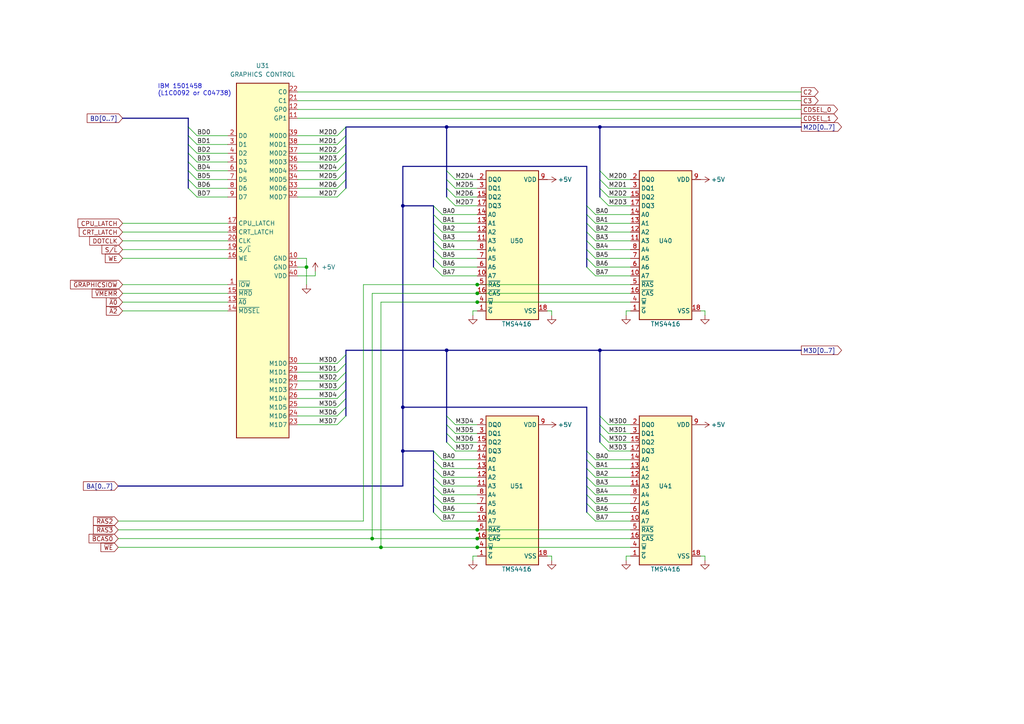
<source format=kicad_sch>
(kicad_sch (version 20230121) (generator eeschema)
  (paper "A4")
  (lib_symbols
    (symbol "EGACard:GRA_CNTL_LSI"
      (property "Reference" "U" (at 2.54 1.27 0))
      (property "Value" "GRAPHICS CONTROL" (at 0 0 0))
      (symbol "GRA_CNTL_LSI_1_1"
        (rectangle (start 0 0) (end 15.24 -102.87) (stroke (width 0.254)) (fill (type background)))
        (pin input line (at -2.54 -58.42 0) (length 2.54) (name "~{IOW}") (number "1"))
        (pin power_in line (at 17.78 -50.8 180) (length 2.54) (name "GND") (number "10"))
        (pin output line (at 17.78 -10.16 180) (length 2.54) (name "GP1") (number "11"))
        (pin output line (at 17.78 -7.62 180) (length 2.54) (name "GP0") (number "12"))
        (pin input line (at -2.54 -63.5 0) (length 2.54) (name "~{A0}") (number "13"))
        (pin input line (at -2.54 -66.04 0) (length 2.54) (name "~{MDSEL}") (number "14"))
        (pin input line (at -2.54 -60.96 0) (length 2.54) (name "~{MRD}") (number "15"))
        (pin input line (at -2.54 -50.8 0) (length 2.54) (name "WE") (number "16"))
        (pin input line (at -2.54 -40.64 0) (length 2.54) (name "CPU_LATCH") (number "17"))
        (pin input line (at -2.54 -43.18 0) (length 2.54) (name "CRT_LATCH") (number "18"))
        (pin input line (at -2.54 -48.26 0) (length 2.54) (name "S/~{L}") (number "19"))
        (pin bidirectional line (at -2.54 -15.24 0) (length 2.54) (name "D0") (number "2"))
        (pin input line (at -2.54 -45.72 0) (length 2.54) (name "CLK") (number "20"))
        (pin output line (at 17.78 -5.08 180) (length 2.54) (name "C1") (number "21"))
        (pin output line (at 17.78 -2.54 180) (length 2.54) (name "C0") (number "22"))
        (pin output line (at 17.78 -99.06 180) (length 2.54) (name "M1D7") (number "23"))
        (pin output line (at 17.78 -96.52 180) (length 2.54) (name "M1D6") (number "24"))
        (pin output line (at 17.78 -93.98 180) (length 2.54) (name "M1D5") (number "25"))
        (pin output line (at 17.78 -91.44 180) (length 2.54) (name "M1D4") (number "26"))
        (pin output line (at 17.78 -88.9 180) (length 2.54) (name "M1D3") (number "27"))
        (pin output line (at 17.78 -86.36 180) (length 2.54) (name "M1D2") (number "28"))
        (pin output line (at 17.78 -83.82 180) (length 2.54) (name "M1D1") (number "29"))
        (pin bidirectional line (at -2.54 -17.78 0) (length 2.54) (name "D1") (number "3"))
        (pin output line (at 17.78 -81.28 180) (length 2.54) (name "M1D0") (number "30"))
        (pin power_in line (at 17.78 -53.34 180) (length 2.54) (name "GND") (number "31"))
        (pin bidirectional line (at 17.78 -33.02 180) (length 2.54) (name "M0D7") (number "32"))
        (pin bidirectional line (at 17.78 -30.48 180) (length 2.54) (name "M0D6") (number "33"))
        (pin bidirectional line (at 17.78 -27.94 180) (length 2.54) (name "M0D5") (number "34"))
        (pin bidirectional line (at 17.78 -25.4 180) (length 2.54) (name "M0D4") (number "35"))
        (pin bidirectional line (at 17.78 -22.86 180) (length 2.54) (name "M0D3") (number "36"))
        (pin bidirectional line (at 17.78 -20.32 180) (length 2.54) (name "M0D2") (number "37"))
        (pin bidirectional line (at 17.78 -17.78 180) (length 2.54) (name "M0D1") (number "38"))
        (pin bidirectional line (at 17.78 -15.24 180) (length 2.54) (name "M0D0") (number "39"))
        (pin bidirectional line (at -2.54 -20.32 0) (length 2.54) (name "D2") (number "4"))
        (pin power_in line (at 17.78 -55.88 180) (length 2.54) (name "VDD") (number "40"))
        (pin bidirectional line (at -2.54 -22.86 0) (length 2.54) (name "D3") (number "5"))
        (pin bidirectional line (at -2.54 -25.4 0) (length 2.54) (name "D4") (number "6"))
        (pin bidirectional line (at -2.54 -27.94 0) (length 2.54) (name "D5") (number "7"))
        (pin bidirectional line (at -2.54 -30.48 0) (length 2.54) (name "D6") (number "8"))
        (pin bidirectional line (at -2.54 -33.02 0) (length 2.54) (name "D7") (number "9"))
      )
    )
    (symbol "EGACard:TMS4416"
      (property "Reference" "U" (at 7.62 -20.32 0))
      (property "Value" "TMS4416" (at 7.62 -44.45 0))
      (symbol "TMS4416_1_1"
        (rectangle (start 0 0) (end 15.24 -43.18) (stroke (width 0.254)) (fill (type background)))
        (pin input line (at -2.54 -40.64 0) (length 2.54) (name "~{G}") (number "1"))
        (pin input line (at -2.54 -30.48 0) (length 2.54) (name "A7") (number "10"))
        (pin input line (at -2.54 -20.32 0) (length 2.54) (name "A3") (number "11"))
        (pin input line (at -2.54 -17.78 0) (length 2.54) (name "A2") (number "12"))
        (pin input line (at -2.54 -15.24 0) (length 2.54) (name "A1") (number "13"))
        (pin input line (at -2.54 -12.7 0) (length 2.54) (name "A0") (number "14"))
        (pin bidirectional line (at -2.54 -7.62 0) (length 2.54) (name "DQ2") (number "15"))
        (pin input line (at -2.54 -35.56 0) (length 2.54) (name "~{CAS}") (number "16"))
        (pin bidirectional line (at -2.54 -10.16 0) (length 2.54) (name "DQ3") (number "17"))
        (pin power_in line (at 17.78 -40.64 180) (length 2.54) (name "VSS") (number "18"))
        (pin bidirectional line (at -2.54 -2.54 0) (length 2.54) (name "DQ0") (number "2"))
        (pin bidirectional line (at -2.54 -5.08 0) (length 2.54) (name "DQ1") (number "3"))
        (pin input line (at -2.54 -38.1 0) (length 2.54) (name "~{W}") (number "4"))
        (pin input line (at -2.54 -33.02 0) (length 2.54) (name "~{RAS}") (number "5"))
        (pin input line (at -2.54 -27.94 0) (length 2.54) (name "A6") (number "6"))
        (pin input line (at -2.54 -25.4 0) (length 2.54) (name "A5") (number "7"))
        (pin input line (at -2.54 -22.86 0) (length 2.54) (name "A4") (number "8"))
        (pin power_in line (at 17.78 -2.54 180) (length 2.54) (name "VDD") (number "9"))
      )
    )
    (symbol "power:+5V" (power) (pin_names (offset 0))
      (property "Value" "+5V" (at 0 3.556 0))
      (symbol "+5V_0_1"
        (polyline (pts (xy -0.762 1.27) (xy 0 2.54)))
        (polyline (pts (xy 0 0) (xy 0 2.54)))
        (polyline (pts (xy 0 2.54) (xy 0.762 1.27)))
      )
      (symbol "+5V_1_1"
        (pin power_in line (at 0 0 90) (length 0) hide (name "+5V") (number "1"))
      )
    )
    (symbol "power:GND" (power) (pin_names (offset 0))
      (property "Value" "GND" (at 0 -3.81 0))
      (symbol "GND_0_1"
        (polyline (pts (xy 0 0) (xy 0 -1.27) (xy 1.27 -1.27) (xy 0 -2.54) (xy -1.27 -1.27) (xy 0 -1.27)))
      )
      (symbol "GND_1_1"
        (pin power_in line (at 0 0 270) (length 0) hide (name "GND") (number "1"))
      )
    )
  )
  (junction (at 129.54 36.83))
  (junction (at 107.95 156.21))
  (junction (at 138.43 153.67))
  (junction (at 173.99 36.83))
  (junction (at 116.84 130.81))
  (junction (at 116.84 118.11))
  (junction (at 138.43 85.09))
  (junction (at 110.49 158.75))
  (junction (at 129.54 101.6))
  (junction (at 138.43 158.75))
  (junction (at 116.84 59.69))
  (junction (at 138.43 82.55))
  (junction (at 138.43 87.63))
  (junction (at 88.9 77.47))
  (junction (at 138.43 156.21))
  (junction (at 173.99 101.6))
  (bus_entry (at 97.79 107.95) (size 2.54 -2.54))
  (bus_entry (at 170.18 133.35) (size 2.54 2.54))
  (bus_entry (at 97.79 57.15) (size 2.54 -2.54))
  (bus_entry (at 125.73 62.23) (size 2.54 2.54))
  (bus_entry (at 97.79 49.53) (size 2.54 -2.54))
  (bus_entry (at 170.18 67.31) (size 2.54 2.54))
  (bus_entry (at 97.79 44.45) (size 2.54 -2.54))
  (bus_entry (at 97.79 118.11) (size 2.54 -2.54))
  (bus_entry (at 125.73 64.77) (size 2.54 2.54))
  (bus_entry (at 170.18 74.93) (size 2.54 2.54))
  (bus_entry (at 173.99 125.73) (size 2.54 2.54))
  (bus_entry (at 97.79 115.57) (size 2.54 -2.54))
  (bus_entry (at 97.79 54.61) (size 2.54 -2.54))
  (bus_entry (at 97.79 110.49) (size 2.54 -2.54))
  (bus_entry (at 97.79 39.37) (size 2.54 -2.54))
  (bus_entry (at 54.61 46.99) (size 2.54 2.54))
  (bus_entry (at 129.54 128.27) (size 2.54 2.54))
  (bus_entry (at 54.61 52.07) (size 2.54 2.54))
  (bus_entry (at 125.73 74.93) (size 2.54 2.54))
  (bus_entry (at 173.99 128.27) (size 2.54 2.54))
  (bus_entry (at 170.18 140.97) (size 2.54 2.54))
  (bus_entry (at 170.18 59.69) (size 2.54 2.54))
  (bus_entry (at 170.18 143.51) (size 2.54 2.54))
  (bus_entry (at 129.54 123.19) (size 2.54 2.54))
  (bus_entry (at 170.18 130.81) (size 2.54 2.54))
  (bus_entry (at 170.18 148.59) (size 2.54 2.54))
  (bus_entry (at 97.79 41.91) (size 2.54 -2.54))
  (bus_entry (at 173.99 52.07) (size 2.54 2.54))
  (bus_entry (at 129.54 57.15) (size 2.54 2.54))
  (bus_entry (at 97.79 105.41) (size 2.54 -2.54))
  (bus_entry (at 54.61 44.45) (size 2.54 2.54))
  (bus_entry (at 125.73 148.59) (size 2.54 2.54))
  (bus_entry (at 170.18 135.89) (size 2.54 2.54))
  (bus_entry (at 170.18 64.77) (size 2.54 2.54))
  (bus_entry (at 97.79 123.19) (size 2.54 -2.54))
  (bus_entry (at 125.73 135.89) (size 2.54 2.54))
  (bus_entry (at 170.18 62.23) (size 2.54 2.54))
  (bus_entry (at 97.79 120.65) (size 2.54 -2.54))
  (bus_entry (at 125.73 67.31) (size 2.54 2.54))
  (bus_entry (at 125.73 130.81) (size 2.54 2.54))
  (bus_entry (at 173.99 123.19) (size 2.54 2.54))
  (bus_entry (at 97.79 52.07) (size 2.54 -2.54))
  (bus_entry (at 129.54 120.65) (size 2.54 2.54))
  (bus_entry (at 173.99 54.61) (size 2.54 2.54))
  (bus_entry (at 125.73 72.39) (size 2.54 2.54))
  (bus_entry (at 54.61 39.37) (size 2.54 2.54))
  (bus_entry (at 173.99 57.15) (size 2.54 2.54))
  (bus_entry (at 54.61 49.53) (size 2.54 2.54))
  (bus_entry (at 54.61 54.61) (size 2.54 2.54))
  (bus_entry (at 129.54 54.61) (size 2.54 2.54))
  (bus_entry (at 129.54 52.07) (size 2.54 2.54))
  (bus_entry (at 125.73 143.51) (size 2.54 2.54))
  (bus_entry (at 125.73 133.35) (size 2.54 2.54))
  (bus_entry (at 173.99 49.53) (size 2.54 2.54))
  (bus_entry (at 173.99 120.65) (size 2.54 2.54))
  (bus_entry (at 129.54 49.53) (size 2.54 2.54))
  (bus_entry (at 170.18 72.39) (size 2.54 2.54))
  (bus_entry (at 97.79 46.99) (size 2.54 -2.54))
  (bus_entry (at 125.73 140.97) (size 2.54 2.54))
  (bus_entry (at 125.73 77.47) (size 2.54 2.54))
  (bus_entry (at 170.18 77.47) (size 2.54 2.54))
  (bus_entry (at 125.73 146.05) (size 2.54 2.54))
  (bus_entry (at 54.61 41.91) (size 2.54 2.54))
  (bus_entry (at 170.18 69.85) (size 2.54 2.54))
  (bus_entry (at 125.73 69.85) (size 2.54 2.54))
  (bus_entry (at 170.18 146.05) (size 2.54 2.54))
  (bus_entry (at 54.61 36.83) (size 2.54 2.54))
  (bus_entry (at 170.18 138.43) (size 2.54 2.54))
  (bus_entry (at 129.54 125.73) (size 2.54 2.54))
  (bus_entry (at 125.73 59.69) (size 2.54 2.54))
  (bus_entry (at 97.79 113.03) (size 2.54 -2.54))
  (bus_entry (at 125.73 138.43) (size 2.54 2.54))
  (wire (pts (xy 105.41 151.13) (xy 34.29 151.13)))
  (bus (pts (xy 129.54 36.83) (xy 173.99 36.83)))
  (wire (pts (xy 57.15 54.61) (xy 66.04 54.61)))
  (bus (pts (xy 129.54 120.65) (xy 129.54 123.19)))
  (wire (pts (xy 138.43 153.67) (xy 182.88 153.67)))
  (bus (pts (xy 170.18 48.26) (xy 170.18 59.69)))
  (wire (pts (xy 128.27 69.85) (xy 138.43 69.85)))
  (wire (pts (xy 107.95 85.09) (xy 107.95 156.21)))
  (bus (pts (xy 125.73 64.77) (xy 125.73 62.23)))
  (wire (pts (xy 86.36 54.61) (xy 97.79 54.61)))
  (wire (pts (xy 138.43 85.09) (xy 182.88 85.09)))
  (wire (pts (xy 128.27 80.01) (xy 138.43 80.01)))
  (wire (pts (xy 172.72 80.01) (xy 182.88 80.01)))
  (wire (pts (xy 86.36 41.91) (xy 97.79 41.91)))
  (bus (pts (xy 100.33 113.03) (xy 100.33 110.49)))
  (wire (pts (xy 137.16 90.17) (xy 137.16 91.44)))
  (bus (pts (xy 170.18 67.31) (xy 170.18 64.77)))
  (bus (pts (xy 125.73 133.35) (xy 125.73 130.81)))
  (bus (pts (xy 100.33 120.65) (xy 100.33 118.11)))
  (wire (pts (xy 172.72 133.35) (xy 182.88 133.35)))
  (bus (pts (xy 100.33 107.95) (xy 100.33 105.41)))
  (bus (pts (xy 100.33 115.57) (xy 100.33 113.03)))
  (wire (pts (xy 128.27 140.97) (xy 138.43 140.97)))
  (wire (pts (xy 86.36 49.53) (xy 97.79 49.53)))
  (bus (pts (xy 54.61 52.07) (xy 54.61 49.53)))
  (bus (pts (xy 125.73 74.93) (xy 125.73 72.39)))
  (bus (pts (xy 125.73 62.23) (xy 125.73 59.69)))
  (wire (pts (xy 137.16 161.29) (xy 137.16 162.56)))
  (bus (pts (xy 100.33 105.41) (xy 100.33 102.87)))
  (bus (pts (xy 173.99 101.6) (xy 173.99 120.65)))
  (wire (pts (xy 110.49 158.75) (xy 138.43 158.75)))
  (wire (pts (xy 57.15 52.07) (xy 66.04 52.07)))
  (bus (pts (xy 54.61 44.45) (xy 54.61 41.91)))
  (wire (pts (xy 86.36 39.37) (xy 97.79 39.37)))
  (wire (pts (xy 128.27 64.77) (xy 138.43 64.77)))
  (wire (pts (xy 203.2 90.17) (xy 204.47 90.17)))
  (wire (pts (xy 176.53 123.19) (xy 182.88 123.19)))
  (wire (pts (xy 172.72 135.89) (xy 182.88 135.89)))
  (wire (pts (xy 105.41 82.55) (xy 105.41 151.13)))
  (bus (pts (xy 129.54 125.73) (xy 129.54 128.27)))
  (bus (pts (xy 173.99 52.07) (xy 173.99 54.61)))
  (wire (pts (xy 172.72 143.51) (xy 182.88 143.51)))
  (wire (pts (xy 128.27 146.05) (xy 138.43 146.05)))
  (wire (pts (xy 128.27 62.23) (xy 138.43 62.23)))
  (bus (pts (xy 170.18 74.93) (xy 170.18 72.39)))
  (wire (pts (xy 176.53 54.61) (xy 182.88 54.61)))
  (bus (pts (xy 170.18 148.59) (xy 170.18 146.05)))
  (wire (pts (xy 128.27 148.59) (xy 138.43 148.59)))
  (wire (pts (xy 172.72 64.77) (xy 182.88 64.77)))
  (wire (pts (xy 86.36 77.47) (xy 88.9 77.47)))
  (bus (pts (xy 100.33 41.91) (xy 100.33 39.37)))
  (wire (pts (xy 172.72 72.39) (xy 182.88 72.39)))
  (bus (pts (xy 100.33 46.99) (xy 100.33 44.45)))
  (wire (pts (xy 35.56 64.77) (xy 66.04 64.77)))
  (wire (pts (xy 86.36 113.03) (xy 97.79 113.03)))
  (wire (pts (xy 172.72 138.43) (xy 182.88 138.43)))
  (wire (pts (xy 181.61 90.17) (xy 181.61 91.44)))
  (bus (pts (xy 170.18 72.39) (xy 170.18 69.85)))
  (bus (pts (xy 116.84 130.81) (xy 125.73 130.81)))
  (bus (pts (xy 54.61 36.83) (xy 54.61 34.29)))
  (wire (pts (xy 86.36 115.57) (xy 97.79 115.57)))
  (bus (pts (xy 170.18 143.51) (xy 170.18 140.97)))
  (wire (pts (xy 35.56 74.93) (xy 66.04 74.93)))
  (wire (pts (xy 86.36 44.45) (xy 97.79 44.45)))
  (bus (pts (xy 170.18 62.23) (xy 170.18 59.69)))
  (wire (pts (xy 138.43 161.29) (xy 137.16 161.29)))
  (wire (pts (xy 86.36 31.75) (xy 232.41 31.75)))
  (wire (pts (xy 132.08 130.81) (xy 138.43 130.81)))
  (bus (pts (xy 125.73 77.47) (xy 125.73 74.93)))
  (wire (pts (xy 158.75 90.17) (xy 160.02 90.17)))
  (wire (pts (xy 182.88 90.17) (xy 181.61 90.17)))
  (wire (pts (xy 86.36 120.65) (xy 97.79 120.65)))
  (bus (pts (xy 100.33 101.6) (xy 129.54 101.6)))
  (wire (pts (xy 128.27 151.13) (xy 138.43 151.13)))
  (bus (pts (xy 125.73 72.39) (xy 125.73 69.85)))
  (bus (pts (xy 116.84 130.81) (xy 116.84 140.97)))
  (wire (pts (xy 88.9 77.47) (xy 88.9 82.55)))
  (bus (pts (xy 100.33 102.87) (xy 100.33 101.6)))
  (bus (pts (xy 116.84 59.69) (xy 116.84 118.11)))
  (wire (pts (xy 86.36 26.67) (xy 232.41 26.67)))
  (bus (pts (xy 100.33 49.53) (xy 100.33 46.99)))
  (bus (pts (xy 54.61 46.99) (xy 54.61 44.45)))
  (bus (pts (xy 170.18 140.97) (xy 170.18 138.43)))
  (wire (pts (xy 86.36 57.15) (xy 97.79 57.15)))
  (wire (pts (xy 176.53 59.69) (xy 182.88 59.69)))
  (wire (pts (xy 176.53 125.73) (xy 182.88 125.73)))
  (bus (pts (xy 100.33 52.07) (xy 100.33 49.53)))
  (bus (pts (xy 100.33 36.83) (xy 129.54 36.83)))
  (bus (pts (xy 170.18 146.05) (xy 170.18 143.51)))
  (bus (pts (xy 173.99 120.65) (xy 173.99 123.19)))
  (wire (pts (xy 57.15 46.99) (xy 66.04 46.99)))
  (bus (pts (xy 173.99 54.61) (xy 173.99 57.15)))
  (wire (pts (xy 128.27 74.93) (xy 138.43 74.93)))
  (bus (pts (xy 100.33 118.11) (xy 100.33 115.57)))
  (wire (pts (xy 172.72 69.85) (xy 182.88 69.85)))
  (wire (pts (xy 57.15 44.45) (xy 66.04 44.45)))
  (bus (pts (xy 125.73 59.69) (xy 116.84 59.69)))
  (wire (pts (xy 86.36 34.29) (xy 232.41 34.29)))
  (wire (pts (xy 35.56 90.17) (xy 66.04 90.17)))
  (wire (pts (xy 138.43 158.75) (xy 182.88 158.75)))
  (bus (pts (xy 54.61 41.91) (xy 54.61 39.37)))
  (wire (pts (xy 35.56 72.39) (xy 66.04 72.39)))
  (wire (pts (xy 86.36 107.95) (xy 97.79 107.95)))
  (bus (pts (xy 129.54 101.6) (xy 129.54 120.65)))
  (wire (pts (xy 176.53 128.27) (xy 182.88 128.27)))
  (bus (pts (xy 125.73 140.97) (xy 125.73 138.43)))
  (bus (pts (xy 125.73 148.59) (xy 125.73 146.05)))
  (bus (pts (xy 125.73 143.51) (xy 125.73 140.97)))
  (wire (pts (xy 160.02 162.56) (xy 160.02 161.29)))
  (wire (pts (xy 138.43 87.63) (xy 182.88 87.63)))
  (wire (pts (xy 176.53 130.81) (xy 182.88 130.81)))
  (wire (pts (xy 172.72 62.23) (xy 182.88 62.23)))
  (wire (pts (xy 181.61 161.29) (xy 182.88 161.29)))
  (wire (pts (xy 138.43 90.17) (xy 137.16 90.17)))
  (bus (pts (xy 129.54 101.6) (xy 173.99 101.6)))
  (wire (pts (xy 132.08 52.07) (xy 138.43 52.07)))
  (wire (pts (xy 128.27 72.39) (xy 138.43 72.39)))
  (wire (pts (xy 160.02 91.44) (xy 160.02 90.17)))
  (wire (pts (xy 86.36 118.11) (xy 97.79 118.11)))
  (wire (pts (xy 35.56 85.09) (xy 66.04 85.09)))
  (wire (pts (xy 132.08 128.27) (xy 138.43 128.27)))
  (wire (pts (xy 132.08 57.15) (xy 138.43 57.15)))
  (bus (pts (xy 125.73 67.31) (xy 125.73 64.77)))
  (wire (pts (xy 86.36 80.01) (xy 91.44 80.01)))
  (wire (pts (xy 86.36 110.49) (xy 97.79 110.49)))
  (wire (pts (xy 158.75 161.29) (xy 160.02 161.29)))
  (wire (pts (xy 176.53 57.15) (xy 182.88 57.15)))
  (wire (pts (xy 172.72 77.47) (xy 182.88 77.47)))
  (bus (pts (xy 125.73 146.05) (xy 125.73 143.51)))
  (bus (pts (xy 116.84 48.26) (xy 170.18 48.26)))
  (bus (pts (xy 173.99 123.19) (xy 173.99 125.73)))
  (wire (pts (xy 203.2 161.29) (xy 204.47 161.29)))
  (bus (pts (xy 170.18 135.89) (xy 170.18 133.35)))
  (bus (pts (xy 54.61 54.61) (xy 54.61 52.07)))
  (wire (pts (xy 128.27 133.35) (xy 138.43 133.35)))
  (wire (pts (xy 172.72 74.93) (xy 182.88 74.93)))
  (bus (pts (xy 100.33 39.37) (xy 100.33 36.83)))
  (bus (pts (xy 54.61 39.37) (xy 54.61 36.83)))
  (wire (pts (xy 34.29 158.75) (xy 110.49 158.75)))
  (bus (pts (xy 173.99 101.6) (xy 232.41 101.6)))
  (wire (pts (xy 132.08 59.69) (xy 138.43 59.69)))
  (wire (pts (xy 57.15 49.53) (xy 66.04 49.53)))
  (bus (pts (xy 100.33 54.61) (xy 100.33 52.07)))
  (bus (pts (xy 125.73 135.89) (xy 125.73 133.35)))
  (wire (pts (xy 138.43 85.09) (xy 107.95 85.09)))
  (wire (pts (xy 86.36 29.21) (xy 232.41 29.21)))
  (bus (pts (xy 129.54 54.61) (xy 129.54 57.15)))
  (bus (pts (xy 129.54 123.19) (xy 129.54 125.73)))
  (bus (pts (xy 35.56 34.29) (xy 54.61 34.29)))
  (wire (pts (xy 88.9 74.93) (xy 88.9 77.47)))
  (wire (pts (xy 34.29 153.67) (xy 138.43 153.67)))
  (wire (pts (xy 35.56 82.55) (xy 66.04 82.55)))
  (wire (pts (xy 128.27 138.43) (xy 138.43 138.43)))
  (bus (pts (xy 116.84 59.69) (xy 116.84 48.26)))
  (bus (pts (xy 170.18 118.11) (xy 170.18 130.81)))
  (wire (pts (xy 57.15 57.15) (xy 66.04 57.15)))
  (bus (pts (xy 129.54 52.07) (xy 129.54 54.61)))
  (wire (pts (xy 110.49 87.63) (xy 138.43 87.63)))
  (bus (pts (xy 173.99 36.83) (xy 232.41 36.83)))
  (bus (pts (xy 170.18 138.43) (xy 170.18 135.89)))
  (wire (pts (xy 172.72 67.31) (xy 182.88 67.31)))
  (bus (pts (xy 173.99 125.73) (xy 173.99 128.27)))
  (wire (pts (xy 107.95 156.21) (xy 34.29 156.21)))
  (bus (pts (xy 170.18 77.47) (xy 170.18 74.93)))
  (wire (pts (xy 172.72 146.05) (xy 182.88 146.05)))
  (wire (pts (xy 172.72 140.97) (xy 182.88 140.97)))
  (wire (pts (xy 128.27 77.47) (xy 138.43 77.47)))
  (bus (pts (xy 170.18 69.85) (xy 170.18 67.31)))
  (bus (pts (xy 116.84 118.11) (xy 116.84 130.81)))
  (wire (pts (xy 128.27 143.51) (xy 138.43 143.51)))
  (wire (pts (xy 86.36 105.41) (xy 97.79 105.41)))
  (wire (pts (xy 86.36 74.93) (xy 88.9 74.93)))
  (wire (pts (xy 86.36 123.19) (xy 97.79 123.19)))
  (wire (pts (xy 91.44 78.74) (xy 91.44 80.01)))
  (wire (pts (xy 204.47 90.17) (xy 204.47 91.44)))
  (wire (pts (xy 107.95 156.21) (xy 138.43 156.21)))
  (wire (pts (xy 172.72 148.59) (xy 182.88 148.59)))
  (wire (pts (xy 138.43 82.55) (xy 105.41 82.55)))
  (bus (pts (xy 170.18 64.77) (xy 170.18 62.23)))
  (wire (pts (xy 57.15 41.91) (xy 66.04 41.91)))
  (bus (pts (xy 170.18 133.35) (xy 170.18 130.81)))
  (wire (pts (xy 172.72 151.13) (xy 182.88 151.13)))
  (bus (pts (xy 100.33 110.49) (xy 100.33 107.95)))
  (bus (pts (xy 173.99 49.53) (xy 173.99 52.07)))
  (wire (pts (xy 204.47 161.29) (xy 204.47 162.56)))
  (wire (pts (xy 132.08 54.61) (xy 138.43 54.61)))
  (bus (pts (xy 129.54 49.53) (xy 129.54 52.07)))
  (wire (pts (xy 181.61 162.56) (xy 181.61 161.29)))
  (wire (pts (xy 86.36 46.99) (xy 97.79 46.99)))
  (wire (pts (xy 35.56 69.85) (xy 66.04 69.85)))
  (wire (pts (xy 132.08 125.73) (xy 138.43 125.73)))
  (wire (pts (xy 176.53 52.07) (xy 182.88 52.07)))
  (wire (pts (xy 86.36 52.07) (xy 97.79 52.07)))
  (bus (pts (xy 129.54 36.83) (xy 129.54 49.53)))
  (bus (pts (xy 100.33 44.45) (xy 100.33 41.91)))
  (wire (pts (xy 35.56 67.31) (xy 66.04 67.31)))
  (wire (pts (xy 128.27 135.89) (xy 138.43 135.89)))
  (bus (pts (xy 116.84 140.97) (xy 34.29 140.97)))
  (wire (pts (xy 132.08 123.19) (xy 138.43 123.19)))
  (wire (pts (xy 57.15 39.37) (xy 66.04 39.37)))
  (wire (pts (xy 138.43 82.55) (xy 182.88 82.55)))
  (bus (pts (xy 54.61 49.53) (xy 54.61 46.99)))
  (wire (pts (xy 35.56 87.63) (xy 66.04 87.63)))
  (wire (pts (xy 138.43 156.21) (xy 182.88 156.21)))
  (bus (pts (xy 116.84 118.11) (xy 170.18 118.11)))
  (wire (pts (xy 128.27 67.31) (xy 138.43 67.31)))
  (bus (pts (xy 125.73 69.85) (xy 125.73 67.31)))
  (wire (pts (xy 110.49 158.75) (xy 110.49 87.63)))
  (bus (pts (xy 125.73 138.43) (xy 125.73 135.89)))
  (bus (pts (xy 173.99 36.83) (xy 173.99 49.53)))
  (text "IBM 1501458\n(L1C0092 or C04738)" (at 45.72 27.94 0) (effects (font (size 1.27 1.27)) (justify left bottom)))
  (label "BD0" (at 57.15 39.37 0))
  (label "M2D1" (at 97.79 41.91 180))
  (label "M2D2" (at 97.79 44.45 180))
  (label "M3D1" (at 176.53 125.73 0))
  (label "BA0" (at 128.27 133.35 0))
  (label "BA5" (at 172.72 74.93 0))
  (label "M2D4" (at 132.08 52.07 0))
  (label "BA5" (at 128.27 146.05 0))
  (label "M3D2" (at 176.53 128.27 0))
  (label "BA7" (at 172.72 151.13 0))
  (label "M3D3" (at 176.53 130.81 0))
  (label "M3D4" (at 97.79 115.57 180))
  (label "BD2" (at 57.15 44.45 0))
  (label "M3D0" (at 176.53 123.19 0))
  (label "M3D3" (at 97.79 113.03 180))
  (label "M3D5" (at 132.08 125.73 0))
  (label "BA2" (at 172.72 67.31 0))
  (label "BA6" (at 172.72 77.47 0))
  (label "BA1" (at 172.72 64.77 0))
  (label "M2D0" (at 97.79 39.37 180))
  (label "M2D2" (at 176.53 57.15 0))
  (label "BA3" (at 128.27 69.85 0))
  (label "M2D5" (at 132.08 54.61 0))
  (label "M3D2" (at 97.79 110.49 180))
  (label "M2D4" (at 97.79 49.53 180))
  (label "M3D6" (at 97.79 120.65 180))
  (label "M2D7" (at 132.08 59.69 0))
  (label "BD6" (at 57.15 54.61 0))
  (label "BA6" (at 128.27 77.47 0))
  (label "BA4" (at 128.27 143.51 0))
  (label "BA1" (at 128.27 64.77 0))
  (label "BA2" (at 128.27 67.31 0))
  (label "BA6" (at 172.72 148.59 0))
  (label "BD7" (at 57.15 57.15 0))
  (label "BA6" (at 128.27 148.59 0))
  (label "BA1" (at 128.27 135.89 0))
  (label "BA4" (at 172.72 72.39 0))
  (label "M2D7" (at 97.79 57.15 180))
  (label "BA5" (at 128.27 74.93 0))
  (label "M2D3" (at 176.53 59.69 0))
  (label "BA5" (at 172.72 146.05 0))
  (label "BA3" (at 172.72 140.97 0))
  (label "M2D3" (at 97.79 46.99 180))
  (label "BA0" (at 172.72 133.35 0))
  (label "BA4" (at 172.72 143.51 0))
  (label "M2D6" (at 97.79 54.61 180))
  (label "M2D6" (at 132.08 57.15 0))
  (label "BA7" (at 128.27 80.01 0))
  (label "M3D5" (at 97.79 118.11 180))
  (label "BA2" (at 128.27 138.43 0))
  (label "BD1" (at 57.15 41.91 0))
  (label "BA2" (at 172.72 138.43 0))
  (label "BA4" (at 128.27 72.39 0))
  (label "M3D7" (at 132.08 130.81 0))
  (label "BA3" (at 172.72 69.85 0))
  (label "M3D1" (at 97.79 107.95 180))
  (label "M3D0" (at 97.79 105.41 180))
  (label "M2D5" (at 97.79 52.07 180))
  (label "BA0" (at 172.72 62.23 0))
  (label "BA7" (at 128.27 151.13 0))
  (label "M2D1" (at 176.53 54.61 0))
  (label "BA7" (at 172.72 80.01 0))
  (label "BA0" (at 128.27 62.23 0))
  (label "M2D0" (at 176.53 52.07 0))
  (label "BA3" (at 128.27 140.97 0))
  (label "M3D4" (at 132.08 123.19 0))
  (label "BD3" (at 57.15 46.99 0))
  (label "M3D6" (at 132.08 128.27 0))
  (label "BD5" (at 57.15 52.07 0))
  (label "M3D7" (at 97.79 123.19 180))
  (label "BD4" (at 57.15 49.53 0))
  (label "BA1" (at 172.72 135.89 0))
  (global_label "~{BCAS0}" (shape input) (at 34.29 156.21 180) (property "Intersheetrefs" "${INTERSHEET_REFS}" (at 25.2572 156.21 0) (effects (justify right))))
  (global_label "WE" (shape input) (at 35.56 74.93 180) (property "Intersheetrefs" "${INTERSHEET_REFS}" (at 29.9744 74.93 0) (effects (justify right))))
  (global_label "C3" (shape output) (at 232.41 29.21 0) (property "Intersheetrefs" "${INTERSHEET_REFS}" (at 237.8747 29.21 0) (effects (justify left))))
  (global_label "BD[0..7]" (shape input) (at 35.56 34.29 180) (property "Intersheetrefs" "${INTERSHEET_REFS}" (at 24.7128 34.29 0) (effects (justify right))))
  (global_label "~{A2}" (shape input) (at 35.56 90.17 180) (property "Intersheetrefs" "${INTERSHEET_REFS}" (at 30.2767 90.17 0) (effects (justify right))))
  (global_label "CPU_LATCH" (shape input) (at 35.56 64.77 180) (property "Intersheetrefs" "${INTERSHEET_REFS}" (at 22.0519 64.77 0) (effects (justify right))))
  (global_label "C2" (shape output) (at 232.41 26.67 0) (property "Intersheetrefs" "${INTERSHEET_REFS}" (at 237.8747 26.67 0) (effects (justify left))))
  (global_label "~{RAS3}" (shape input) (at 34.29 153.67 180) (property "Intersheetrefs" "${INTERSHEET_REFS}" (at 26.5272 153.67 0) (effects (justify right))))
  (global_label "BA[0..7]" (shape input) (at 34.29 140.97 180) (property "Intersheetrefs" "${INTERSHEET_REFS}" (at 23.6242 140.97 0) (effects (justify right))))
  (global_label "S{slash}~{L}" (shape input) (at 35.56 72.39 180) (property "Intersheetrefs" "${INTERSHEET_REFS}" (at 29.0067 72.39 0) (effects (justify right))))
  (global_label "CDSEL_0" (shape output) (at 232.41 31.75 0) (property "Intersheetrefs" "${INTERSHEET_REFS}" (at 243.4989 31.75 0) (effects (justify left))))
  (global_label "M3D[0..7]" (shape output) (at 232.41 101.6 0) (property "Intersheetrefs" "${INTERSHEET_REFS}" (at 244.6481 101.6 0) (effects (justify left))))
  (global_label "~{GRAPHICSIOW}" (shape input) (at 35.56 82.55 180) (property "Intersheetrefs" "${INTERSHEET_REFS}" (at 19.8747 82.55 0) (effects (justify right))))
  (global_label "~{VMEMR}" (shape input) (at 35.56 85.09 180) (property "Intersheetrefs" "${INTERSHEET_REFS}" (at 26.1644 85.09 0) (effects (justify right))))
  (global_label "M2D[0..7]" (shape output) (at 232.41 36.83 0) (property "Intersheetrefs" "${INTERSHEET_REFS}" (at 244.6481 36.83 0) (effects (justify left))))
  (global_label "~{WE}" (shape input) (at 34.29 158.75 180) (property "Intersheetrefs" "${INTERSHEET_REFS}" (at 28.7044 158.75 0) (effects (justify right))))
  (global_label "DOTCLK" (shape input) (at 35.56 69.85 180) (property "Intersheetrefs" "${INTERSHEET_REFS}" (at 25.4386 69.85 0) (effects (justify right))))
  (global_label "~{A0}" (shape input) (at 35.56 87.63 180) (property "Intersheetrefs" "${INTERSHEET_REFS}" (at 30.2767 87.63 0) (effects (justify right))))
  (global_label "CDSEL_1" (shape output) (at 232.41 34.29 0) (property "Intersheetrefs" "${INTERSHEET_REFS}" (at 243.4989 34.29 0) (effects (justify left))))
  (global_label "CRT_LATCH" (shape input) (at 35.56 67.31 180) (property "Intersheetrefs" "${INTERSHEET_REFS}" (at 22.4148 67.31 0) (effects (justify right))))
  (global_label "~{RAS2}" (shape input) (at 34.29 151.13 180) (property "Intersheetrefs" "${INTERSHEET_REFS}" (at 26.5272 151.13 0) (effects (justify right))))
  (symbol (lib_id "power:GND") (at 137.16 162.56 0) (unit 1)
    (property "Reference" "#PWR066" (effects hide))
    (property "Value" "GND" (effects hide))
    (instances (project "EGACard" (path "" (reference "#PWR066") (unit 1)) (path "" (reference "#PWR077") (unit 1)) (path "" (reference "#PWR085") (unit 1))))
  )
  (symbol (lib_id "power:GND") (at 204.47 162.56 0) (unit 1)
    (property "Reference" "#PWR066" (effects hide))
    (property "Value" "GND" (effects hide))
    (instances (project "EGACard" (path "" (reference "#PWR066") (unit 1)) (path "" (reference "#PWR081") (unit 1)) (path "" (reference "#PWR093") (unit 1))))
  )
  (symbol (lib_id "EGACard:TMS4416") (at 140.97 49.53 0) (unit 1)
    (property "Reference" "U50" (at 149.86 69.85 0))
    (property "Value" "TMS4416" (at 149.86 93.98 0))
    (property "Footprint" "EGACard:DIP254P762X635-18" (effects hide))
    (instances (project "EGACard" (path "" (reference "U50") (unit 1)) (path "" (reference "U1") (unit 1))))
  )
  (symbol (lib_id "power:+5V") (at 203.2 123.19 270) (unit 1)
    (property "Reference" "#PWR065" (effects hide))
    (property "Value" "+5V" (at 208.28 123.19 90))
    (instances (project "EGACard" (path "" (reference "#PWR065") (unit 1)) (path "" (reference "#PWR080") (unit 1)) (path "" (reference "#PWR091") (unit 1))))
  )
  (symbol (lib_id "power:+5V") (at 158.75 52.07 270) (unit 1)
    (property "Reference" "#PWR065" (effects hide))
    (property "Value" "+5V" (at 163.83 52.07 90))
    (instances (project "EGACard" (path "" (reference "#PWR065") (unit 1)) (path "" (reference "#PWR072") (unit 1)) (path "" (reference "#PWR086") (unit 1))))
  )
  (symbol (lib_id "EGACard:TMS4416") (at 140.97 120.65 0) (unit 1)
    (property "Reference" "U51" (at 149.86 140.97 0))
    (property "Value" "TMS4416" (at 149.86 165.1 0))
    (property "Footprint" "EGACard:DIP254P762X635-18" (effects hide))
    (instances (project "EGACard" (path "" (reference "U51") (unit 1)) (path "" (reference "U2") (unit 1))))
  )
  (symbol (lib_id "power:GND") (at 160.02 162.56 0) (unit 1)
    (property "Reference" "#PWR066" (effects hide))
    (property "Value" "GND" (effects hide))
    (instances (project "EGACard" (path "" (reference "#PWR066") (unit 1)) (path "" (reference "#PWR079") (unit 1)) (path "" (reference "#PWR089") (unit 1))))
  )
  (symbol (lib_id "power:+5V") (at 91.44 78.74 0) (unit 1)
    (property "Reference" "#PWR065" (effects hide))
    (property "Value" "+5V" (at 95.25 77.47 0))
    (instances (project "EGACard" (path "" (reference "#PWR065") (unit 1)) (path "" (reference "#PWR071") (unit 1)) (path "" (reference "#PWR083") (unit 1))))
  )
  (symbol (lib_id "power:+5V") (at 158.75 123.19 270) (unit 1)
    (property "Reference" "#PWR065" (effects hide))
    (property "Value" "+5V" (at 163.83 123.19 90))
    (instances (project "EGACard" (path "" (reference "#PWR065") (unit 1)) (path "" (reference "#PWR078") (unit 1)) (path "" (reference "#PWR087") (unit 1))))
  )
  (symbol (lib_id "power:GND") (at 88.9 82.55 0) (unit 1)
    (property "Reference" "#PWR066" (effects hide))
    (property "Value" "GND" (effects hide))
    (instances (project "EGACard" (path "" (reference "#PWR066") (unit 1)) (path "" (reference "#PWR070") (unit 1)) (path "" (reference "#PWR082") (unit 1))))
  )
  (symbol (lib_id "power:+5V") (at 203.2 52.07 270) (unit 1)
    (property "Reference" "#PWR065" (effects hide))
    (property "Value" "+5V" (at 208.28 52.07 90))
    (instances (project "EGACard" (path "" (reference "#PWR065") (unit 1)) (path "" (reference "#PWR073") (unit 1)) (path "" (reference "#PWR090") (unit 1))))
  )
  (symbol (lib_id "EGACard:TMS4416") (at 185.42 49.53 0) (unit 1)
    (property "Reference" "U40" (at 193.04 69.85 0))
    (property "Value" "TMS4416" (at 193.04 93.98 0))
    (property "Footprint" "EGACard:DIP254P762X635-18" (effects hide))
    (instances (project "EGACard" (path "" (reference "U40") (unit 1)) (path "" (reference "U10") (unit 1))))
  )
  (symbol (lib_id "EGACard:GRA_CNTL_LSI") (at 68.58 24.13 0) (unit 1)
    (property "Reference" "U31" (at 76.2 19.05 0))
    (property "Value" "GRAPHICS CONTROL" (at 76.2 21.59 0))
    (property "Footprint" "EGACard:DIP254P1524X635-40" (effects hide))
    (instances (project "EGACard" (path "" (reference "U31") (unit 1)) (path "" (reference "U21") (unit 1))))
  )
  (symbol (lib_id "power:GND") (at 137.16 91.44 0) (unit 1)
    (property "Reference" "#PWR066" (effects hide))
    (property "Value" "GND" (effects hide))
    (instances (project "EGACard" (path "" (reference "#PWR066") (unit 1)) (path "" (reference "#PWR076") (unit 1)) (path "" (reference "#PWR084") (unit 1))))
  )
  (symbol (lib_id "power:GND") (at 181.61 162.56 0) (unit 1)
    (property "Reference" "#PWR066" (effects hide))
    (property "Value" "GND" (effects hide))
    (instances (project "EGACard" (path "" (reference "#PWR066") (unit 1)) (path "" (reference "#PWR077") (unit 1)) (path "" (reference "#PWR0128") (unit 1))))
  )
  (symbol (lib_id "power:GND") (at 181.61 91.44 0) (unit 1)
    (property "Reference" "#PWR066" (effects hide))
    (property "Value" "GND" (effects hide))
    (instances (project "EGACard" (path "" (reference "#PWR066") (unit 1)) (path "" (reference "#PWR076") (unit 1)) (path "" (reference "#PWR0129") (unit 1))))
  )
  (symbol (lib_id "power:GND") (at 204.47 91.44 0) (unit 1)
    (property "Reference" "#PWR066" (effects hide))
    (property "Value" "GND" (effects hide))
    (instances (project "EGACard" (path "" (reference "#PWR066") (unit 1)) (path "" (reference "#PWR075") (unit 1)) (path "" (reference "#PWR092") (unit 1))))
  )
  (symbol (lib_id "power:GND") (at 160.02 91.44 0) (unit 1)
    (property "Reference" "#PWR066" (effects hide))
    (property "Value" "GND" (effects hide))
    (instances (project "EGACard" (path "" (reference "#PWR066") (unit 1)) (path "" (reference "#PWR074") (unit 1)) (path "" (reference "#PWR088") (unit 1))))
  )
  (symbol (lib_id "EGACard:TMS4416") (at 185.42 120.65 0) (unit 1)
    (property "Reference" "U41" (at 193.04 140.97 0))
    (property "Value" "TMS4416" (at 193.04 165.1 0))
    (property "Footprint" "EGACard:DIP254P762X635-18" (effects hide))
    (instances (project "EGACard" (path "" (reference "U41") (unit 1)) (path "" (reference "U11") (unit 1))))
  )
)
</source>
